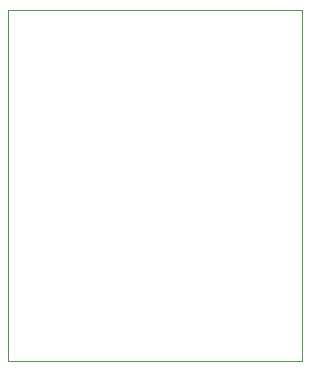
<source format=gko>
G04 #@! TF.FileFunction,Profile,NP*
%FSLAX46Y46*%
G04 Gerber Fmt 4.6, Leading zero omitted, Abs format (unit mm)*
G04 Created by KiCad (PCBNEW (2014-12-04 BZR 5312)-product) date 1/18/2015 1:46:40 PM*
%MOMM*%
G01*
G04 APERTURE LIST*
%ADD10C,0.100000*%
G04 APERTURE END LIST*
D10*
X46730920Y-57332880D02*
X46730920Y-27614880D01*
X71622920Y-57332880D02*
X46730920Y-57332880D01*
X71622920Y-57078880D02*
X71622920Y-57332880D01*
X71622920Y-27614880D02*
X71622920Y-57078880D01*
X46730920Y-27614880D02*
X71622920Y-27614880D01*
M02*

</source>
